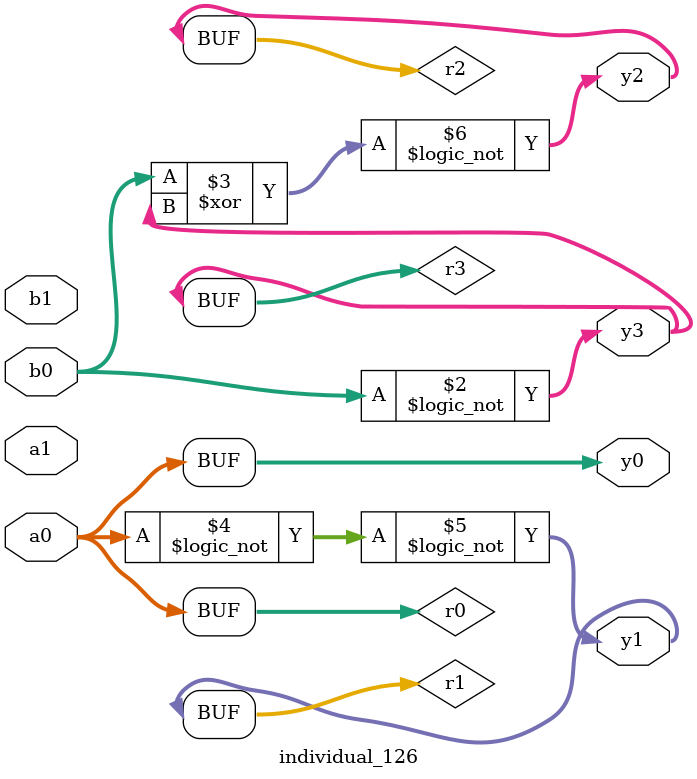
<source format=sv>
module individual_126(input logic [15:0] a1, input logic [15:0] a0, input logic [15:0] b1, input logic [15:0] b0, output logic [15:0] y3, output logic [15:0] y2, output logic [15:0] y1, output logic [15:0] y0);
logic [15:0] r0, r1, r2, r3; 
 always@(*) begin 
	 r0 = a0; r1 = a1; r2 = b0; r3 = b1; 
 	 r3 = ! b0 ;
 	 r2  ^=  r3 ;
 	 r1 = ! a0 ;
 	 r1 = ! r1 ;
 	 r2 = ! r2 ;
 	 y3 = r3; y2 = r2; y1 = r1; y0 = r0; 
end
endmodule
</source>
